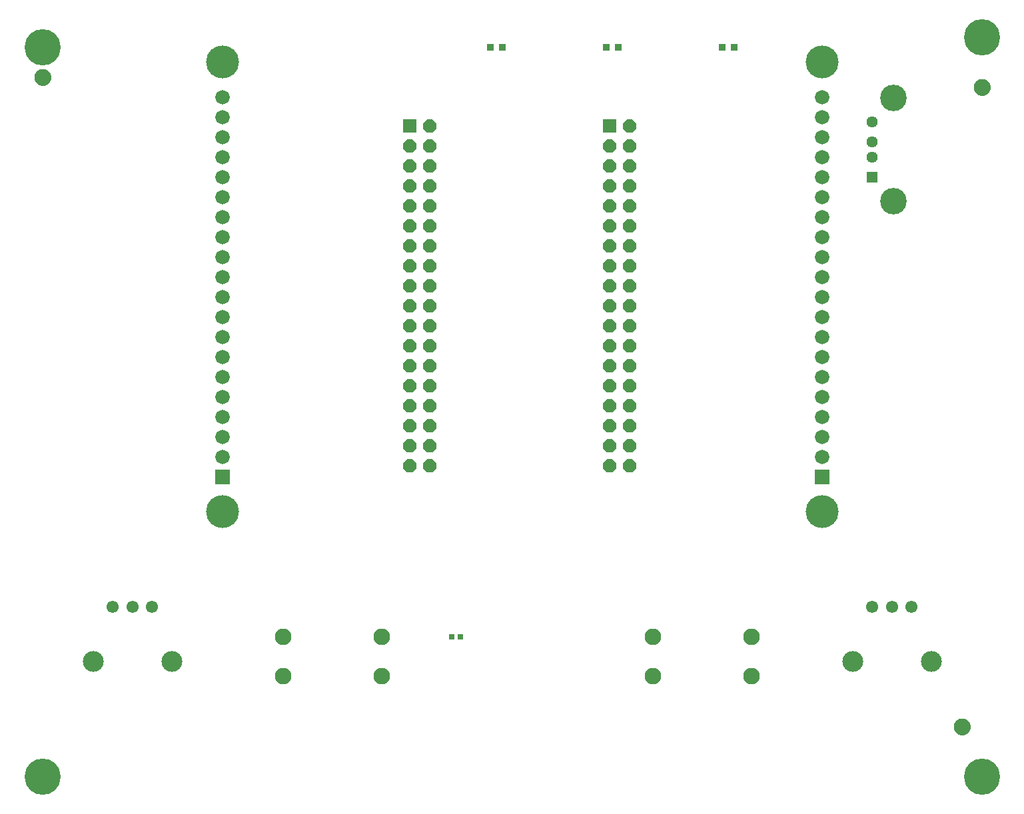
<source format=gbr>
G04 EAGLE Gerber RS-274X export*
G75*
%MOMM*%
%FSLAX34Y34*%
%LPD*%
%INSoldermask Bottom*%
%IPPOS*%
%AMOC8*
5,1,8,0,0,1.08239X$1,22.5*%
G01*
%ADD10R,1.676400X1.676400*%
%ADD11P,1.814519X8X292.500000*%
%ADD12R,1.440400X1.440400*%
%ADD13C,1.440400*%
%ADD14C,3.372400*%
%ADD15C,1.552400*%
%ADD16C,2.652400*%
%ADD17R,0.952400X0.952400*%
%ADD18C,2.112400*%
%ADD19R,0.762000X0.660400*%
%ADD20R,1.828800X1.828800*%
%ADD21C,1.828800*%
%ADD22C,4.168400*%
%ADD23C,4.597400*%
%ADD24C,0.609600*%
%ADD25C,1.168400*%


D10*
X505200Y865460D03*
D11*
X530600Y865460D03*
X505200Y840060D03*
X530600Y840060D03*
X505200Y814660D03*
X530600Y814660D03*
X505200Y789260D03*
X530600Y789260D03*
X505200Y763860D03*
X530600Y763860D03*
X505200Y738460D03*
X530600Y738460D03*
X505200Y713060D03*
X530600Y713060D03*
X505200Y687660D03*
X530600Y687660D03*
X505200Y662260D03*
X530600Y662260D03*
X505200Y636860D03*
X530600Y636860D03*
X505200Y611460D03*
X530600Y611460D03*
X505200Y586060D03*
X530600Y586060D03*
X505200Y560660D03*
X530600Y560660D03*
X505200Y535260D03*
X530600Y535260D03*
X505200Y509860D03*
X530600Y509860D03*
X505200Y484460D03*
X530600Y484460D03*
X505200Y459060D03*
X530600Y459060D03*
X505200Y433660D03*
X530600Y433660D03*
D10*
X759200Y865460D03*
D11*
X784600Y865460D03*
X759200Y840060D03*
X784600Y840060D03*
X759200Y814660D03*
X784600Y814660D03*
X759200Y789260D03*
X784600Y789260D03*
X759200Y763860D03*
X784600Y763860D03*
X759200Y738460D03*
X784600Y738460D03*
X759200Y713060D03*
X784600Y713060D03*
X759200Y687660D03*
X784600Y687660D03*
X759200Y662260D03*
X784600Y662260D03*
X759200Y636860D03*
X784600Y636860D03*
X759200Y611460D03*
X784600Y611460D03*
X759200Y586060D03*
X784600Y586060D03*
X759200Y560660D03*
X784600Y560660D03*
X759200Y535260D03*
X784600Y535260D03*
X759200Y509860D03*
X784600Y509860D03*
X759200Y484460D03*
X784600Y484460D03*
X759200Y459060D03*
X784600Y459060D03*
X759200Y433660D03*
X784600Y433660D03*
D12*
X1092200Y800100D03*
D13*
X1092200Y825100D03*
X1092200Y845100D03*
X1092200Y870100D03*
D14*
X1119300Y769400D03*
X1119300Y900800D03*
D15*
X1142600Y254000D03*
X1117600Y254000D03*
X1092600Y254000D03*
D16*
X1167600Y184000D03*
X1067600Y184000D03*
D15*
X177400Y254000D03*
X152400Y254000D03*
X127400Y254000D03*
D16*
X202400Y184000D03*
X102400Y184000D03*
D17*
X622180Y965200D03*
X607180Y965200D03*
X769500Y965200D03*
X754500Y965200D03*
X916820Y965200D03*
X901820Y965200D03*
D18*
X938800Y215500D03*
X938800Y165500D03*
X813800Y165500D03*
X813800Y215500D03*
X468900Y215500D03*
X468900Y165500D03*
X343900Y165500D03*
X343900Y215500D03*
D19*
X569468Y215900D03*
X558292Y215900D03*
D20*
X266700Y419100D03*
D21*
X266700Y444500D03*
X266700Y469900D03*
X266700Y495300D03*
X266700Y520700D03*
X266700Y546100D03*
X266700Y571500D03*
X266700Y596900D03*
X266700Y622300D03*
X266700Y647700D03*
X266700Y673100D03*
X266700Y698500D03*
X266700Y723900D03*
X266700Y749300D03*
X266700Y774700D03*
X266700Y800100D03*
X266700Y825500D03*
X266700Y850900D03*
X266700Y876300D03*
X266700Y901700D03*
D20*
X1028700Y419100D03*
D21*
X1028700Y444500D03*
X1028700Y469900D03*
X1028700Y495300D03*
X1028700Y520700D03*
X1028700Y546100D03*
X1028700Y571500D03*
X1028700Y596900D03*
X1028700Y622300D03*
X1028700Y647700D03*
X1028700Y673100D03*
X1028700Y698500D03*
X1028700Y723900D03*
X1028700Y749300D03*
X1028700Y774700D03*
X1028700Y800100D03*
X1028700Y825500D03*
X1028700Y850900D03*
X1028700Y876300D03*
X1028700Y901700D03*
D22*
X1028700Y374650D03*
X1028700Y946150D03*
X266700Y374650D03*
X266700Y946150D03*
D23*
X1231900Y977900D03*
X1231900Y38100D03*
X38100Y38100D03*
X38100Y965200D03*
D24*
X1198880Y101600D02*
X1198882Y101787D01*
X1198889Y101974D01*
X1198901Y102161D01*
X1198917Y102347D01*
X1198937Y102533D01*
X1198962Y102718D01*
X1198992Y102903D01*
X1199026Y103087D01*
X1199065Y103270D01*
X1199108Y103452D01*
X1199156Y103632D01*
X1199208Y103812D01*
X1199265Y103990D01*
X1199325Y104167D01*
X1199391Y104342D01*
X1199460Y104516D01*
X1199534Y104688D01*
X1199612Y104858D01*
X1199694Y105026D01*
X1199780Y105192D01*
X1199870Y105356D01*
X1199964Y105517D01*
X1200062Y105677D01*
X1200164Y105833D01*
X1200270Y105988D01*
X1200380Y106139D01*
X1200493Y106288D01*
X1200610Y106434D01*
X1200730Y106577D01*
X1200854Y106717D01*
X1200981Y106854D01*
X1201112Y106988D01*
X1201246Y107119D01*
X1201383Y107246D01*
X1201523Y107370D01*
X1201666Y107490D01*
X1201812Y107607D01*
X1201961Y107720D01*
X1202112Y107830D01*
X1202267Y107936D01*
X1202423Y108038D01*
X1202583Y108136D01*
X1202744Y108230D01*
X1202908Y108320D01*
X1203074Y108406D01*
X1203242Y108488D01*
X1203412Y108566D01*
X1203584Y108640D01*
X1203758Y108709D01*
X1203933Y108775D01*
X1204110Y108835D01*
X1204288Y108892D01*
X1204468Y108944D01*
X1204648Y108992D01*
X1204830Y109035D01*
X1205013Y109074D01*
X1205197Y109108D01*
X1205382Y109138D01*
X1205567Y109163D01*
X1205753Y109183D01*
X1205939Y109199D01*
X1206126Y109211D01*
X1206313Y109218D01*
X1206500Y109220D01*
X1206687Y109218D01*
X1206874Y109211D01*
X1207061Y109199D01*
X1207247Y109183D01*
X1207433Y109163D01*
X1207618Y109138D01*
X1207803Y109108D01*
X1207987Y109074D01*
X1208170Y109035D01*
X1208352Y108992D01*
X1208532Y108944D01*
X1208712Y108892D01*
X1208890Y108835D01*
X1209067Y108775D01*
X1209242Y108709D01*
X1209416Y108640D01*
X1209588Y108566D01*
X1209758Y108488D01*
X1209926Y108406D01*
X1210092Y108320D01*
X1210256Y108230D01*
X1210417Y108136D01*
X1210577Y108038D01*
X1210733Y107936D01*
X1210888Y107830D01*
X1211039Y107720D01*
X1211188Y107607D01*
X1211334Y107490D01*
X1211477Y107370D01*
X1211617Y107246D01*
X1211754Y107119D01*
X1211888Y106988D01*
X1212019Y106854D01*
X1212146Y106717D01*
X1212270Y106577D01*
X1212390Y106434D01*
X1212507Y106288D01*
X1212620Y106139D01*
X1212730Y105988D01*
X1212836Y105833D01*
X1212938Y105677D01*
X1213036Y105517D01*
X1213130Y105356D01*
X1213220Y105192D01*
X1213306Y105026D01*
X1213388Y104858D01*
X1213466Y104688D01*
X1213540Y104516D01*
X1213609Y104342D01*
X1213675Y104167D01*
X1213735Y103990D01*
X1213792Y103812D01*
X1213844Y103632D01*
X1213892Y103452D01*
X1213935Y103270D01*
X1213974Y103087D01*
X1214008Y102903D01*
X1214038Y102718D01*
X1214063Y102533D01*
X1214083Y102347D01*
X1214099Y102161D01*
X1214111Y101974D01*
X1214118Y101787D01*
X1214120Y101600D01*
X1214118Y101413D01*
X1214111Y101226D01*
X1214099Y101039D01*
X1214083Y100853D01*
X1214063Y100667D01*
X1214038Y100482D01*
X1214008Y100297D01*
X1213974Y100113D01*
X1213935Y99930D01*
X1213892Y99748D01*
X1213844Y99568D01*
X1213792Y99388D01*
X1213735Y99210D01*
X1213675Y99033D01*
X1213609Y98858D01*
X1213540Y98684D01*
X1213466Y98512D01*
X1213388Y98342D01*
X1213306Y98174D01*
X1213220Y98008D01*
X1213130Y97844D01*
X1213036Y97683D01*
X1212938Y97523D01*
X1212836Y97367D01*
X1212730Y97212D01*
X1212620Y97061D01*
X1212507Y96912D01*
X1212390Y96766D01*
X1212270Y96623D01*
X1212146Y96483D01*
X1212019Y96346D01*
X1211888Y96212D01*
X1211754Y96081D01*
X1211617Y95954D01*
X1211477Y95830D01*
X1211334Y95710D01*
X1211188Y95593D01*
X1211039Y95480D01*
X1210888Y95370D01*
X1210733Y95264D01*
X1210577Y95162D01*
X1210417Y95064D01*
X1210256Y94970D01*
X1210092Y94880D01*
X1209926Y94794D01*
X1209758Y94712D01*
X1209588Y94634D01*
X1209416Y94560D01*
X1209242Y94491D01*
X1209067Y94425D01*
X1208890Y94365D01*
X1208712Y94308D01*
X1208532Y94256D01*
X1208352Y94208D01*
X1208170Y94165D01*
X1207987Y94126D01*
X1207803Y94092D01*
X1207618Y94062D01*
X1207433Y94037D01*
X1207247Y94017D01*
X1207061Y94001D01*
X1206874Y93989D01*
X1206687Y93982D01*
X1206500Y93980D01*
X1206313Y93982D01*
X1206126Y93989D01*
X1205939Y94001D01*
X1205753Y94017D01*
X1205567Y94037D01*
X1205382Y94062D01*
X1205197Y94092D01*
X1205013Y94126D01*
X1204830Y94165D01*
X1204648Y94208D01*
X1204468Y94256D01*
X1204288Y94308D01*
X1204110Y94365D01*
X1203933Y94425D01*
X1203758Y94491D01*
X1203584Y94560D01*
X1203412Y94634D01*
X1203242Y94712D01*
X1203074Y94794D01*
X1202908Y94880D01*
X1202744Y94970D01*
X1202583Y95064D01*
X1202423Y95162D01*
X1202267Y95264D01*
X1202112Y95370D01*
X1201961Y95480D01*
X1201812Y95593D01*
X1201666Y95710D01*
X1201523Y95830D01*
X1201383Y95954D01*
X1201246Y96081D01*
X1201112Y96212D01*
X1200981Y96346D01*
X1200854Y96483D01*
X1200730Y96623D01*
X1200610Y96766D01*
X1200493Y96912D01*
X1200380Y97061D01*
X1200270Y97212D01*
X1200164Y97367D01*
X1200062Y97523D01*
X1199964Y97683D01*
X1199870Y97844D01*
X1199780Y98008D01*
X1199694Y98174D01*
X1199612Y98342D01*
X1199534Y98512D01*
X1199460Y98684D01*
X1199391Y98858D01*
X1199325Y99033D01*
X1199265Y99210D01*
X1199208Y99388D01*
X1199156Y99568D01*
X1199108Y99748D01*
X1199065Y99930D01*
X1199026Y100113D01*
X1198992Y100297D01*
X1198962Y100482D01*
X1198937Y100667D01*
X1198917Y100853D01*
X1198901Y101039D01*
X1198889Y101226D01*
X1198882Y101413D01*
X1198880Y101600D01*
D25*
X1206500Y101600D03*
D24*
X30480Y927100D02*
X30482Y927287D01*
X30489Y927474D01*
X30501Y927661D01*
X30517Y927847D01*
X30537Y928033D01*
X30562Y928218D01*
X30592Y928403D01*
X30626Y928587D01*
X30665Y928770D01*
X30708Y928952D01*
X30756Y929132D01*
X30808Y929312D01*
X30865Y929490D01*
X30925Y929667D01*
X30991Y929842D01*
X31060Y930016D01*
X31134Y930188D01*
X31212Y930358D01*
X31294Y930526D01*
X31380Y930692D01*
X31470Y930856D01*
X31564Y931017D01*
X31662Y931177D01*
X31764Y931333D01*
X31870Y931488D01*
X31980Y931639D01*
X32093Y931788D01*
X32210Y931934D01*
X32330Y932077D01*
X32454Y932217D01*
X32581Y932354D01*
X32712Y932488D01*
X32846Y932619D01*
X32983Y932746D01*
X33123Y932870D01*
X33266Y932990D01*
X33412Y933107D01*
X33561Y933220D01*
X33712Y933330D01*
X33867Y933436D01*
X34023Y933538D01*
X34183Y933636D01*
X34344Y933730D01*
X34508Y933820D01*
X34674Y933906D01*
X34842Y933988D01*
X35012Y934066D01*
X35184Y934140D01*
X35358Y934209D01*
X35533Y934275D01*
X35710Y934335D01*
X35888Y934392D01*
X36068Y934444D01*
X36248Y934492D01*
X36430Y934535D01*
X36613Y934574D01*
X36797Y934608D01*
X36982Y934638D01*
X37167Y934663D01*
X37353Y934683D01*
X37539Y934699D01*
X37726Y934711D01*
X37913Y934718D01*
X38100Y934720D01*
X38287Y934718D01*
X38474Y934711D01*
X38661Y934699D01*
X38847Y934683D01*
X39033Y934663D01*
X39218Y934638D01*
X39403Y934608D01*
X39587Y934574D01*
X39770Y934535D01*
X39952Y934492D01*
X40132Y934444D01*
X40312Y934392D01*
X40490Y934335D01*
X40667Y934275D01*
X40842Y934209D01*
X41016Y934140D01*
X41188Y934066D01*
X41358Y933988D01*
X41526Y933906D01*
X41692Y933820D01*
X41856Y933730D01*
X42017Y933636D01*
X42177Y933538D01*
X42333Y933436D01*
X42488Y933330D01*
X42639Y933220D01*
X42788Y933107D01*
X42934Y932990D01*
X43077Y932870D01*
X43217Y932746D01*
X43354Y932619D01*
X43488Y932488D01*
X43619Y932354D01*
X43746Y932217D01*
X43870Y932077D01*
X43990Y931934D01*
X44107Y931788D01*
X44220Y931639D01*
X44330Y931488D01*
X44436Y931333D01*
X44538Y931177D01*
X44636Y931017D01*
X44730Y930856D01*
X44820Y930692D01*
X44906Y930526D01*
X44988Y930358D01*
X45066Y930188D01*
X45140Y930016D01*
X45209Y929842D01*
X45275Y929667D01*
X45335Y929490D01*
X45392Y929312D01*
X45444Y929132D01*
X45492Y928952D01*
X45535Y928770D01*
X45574Y928587D01*
X45608Y928403D01*
X45638Y928218D01*
X45663Y928033D01*
X45683Y927847D01*
X45699Y927661D01*
X45711Y927474D01*
X45718Y927287D01*
X45720Y927100D01*
X45718Y926913D01*
X45711Y926726D01*
X45699Y926539D01*
X45683Y926353D01*
X45663Y926167D01*
X45638Y925982D01*
X45608Y925797D01*
X45574Y925613D01*
X45535Y925430D01*
X45492Y925248D01*
X45444Y925068D01*
X45392Y924888D01*
X45335Y924710D01*
X45275Y924533D01*
X45209Y924358D01*
X45140Y924184D01*
X45066Y924012D01*
X44988Y923842D01*
X44906Y923674D01*
X44820Y923508D01*
X44730Y923344D01*
X44636Y923183D01*
X44538Y923023D01*
X44436Y922867D01*
X44330Y922712D01*
X44220Y922561D01*
X44107Y922412D01*
X43990Y922266D01*
X43870Y922123D01*
X43746Y921983D01*
X43619Y921846D01*
X43488Y921712D01*
X43354Y921581D01*
X43217Y921454D01*
X43077Y921330D01*
X42934Y921210D01*
X42788Y921093D01*
X42639Y920980D01*
X42488Y920870D01*
X42333Y920764D01*
X42177Y920662D01*
X42017Y920564D01*
X41856Y920470D01*
X41692Y920380D01*
X41526Y920294D01*
X41358Y920212D01*
X41188Y920134D01*
X41016Y920060D01*
X40842Y919991D01*
X40667Y919925D01*
X40490Y919865D01*
X40312Y919808D01*
X40132Y919756D01*
X39952Y919708D01*
X39770Y919665D01*
X39587Y919626D01*
X39403Y919592D01*
X39218Y919562D01*
X39033Y919537D01*
X38847Y919517D01*
X38661Y919501D01*
X38474Y919489D01*
X38287Y919482D01*
X38100Y919480D01*
X37913Y919482D01*
X37726Y919489D01*
X37539Y919501D01*
X37353Y919517D01*
X37167Y919537D01*
X36982Y919562D01*
X36797Y919592D01*
X36613Y919626D01*
X36430Y919665D01*
X36248Y919708D01*
X36068Y919756D01*
X35888Y919808D01*
X35710Y919865D01*
X35533Y919925D01*
X35358Y919991D01*
X35184Y920060D01*
X35012Y920134D01*
X34842Y920212D01*
X34674Y920294D01*
X34508Y920380D01*
X34344Y920470D01*
X34183Y920564D01*
X34023Y920662D01*
X33867Y920764D01*
X33712Y920870D01*
X33561Y920980D01*
X33412Y921093D01*
X33266Y921210D01*
X33123Y921330D01*
X32983Y921454D01*
X32846Y921581D01*
X32712Y921712D01*
X32581Y921846D01*
X32454Y921983D01*
X32330Y922123D01*
X32210Y922266D01*
X32093Y922412D01*
X31980Y922561D01*
X31870Y922712D01*
X31764Y922867D01*
X31662Y923023D01*
X31564Y923183D01*
X31470Y923344D01*
X31380Y923508D01*
X31294Y923674D01*
X31212Y923842D01*
X31134Y924012D01*
X31060Y924184D01*
X30991Y924358D01*
X30925Y924533D01*
X30865Y924710D01*
X30808Y924888D01*
X30756Y925068D01*
X30708Y925248D01*
X30665Y925430D01*
X30626Y925613D01*
X30592Y925797D01*
X30562Y925982D01*
X30537Y926167D01*
X30517Y926353D01*
X30501Y926539D01*
X30489Y926726D01*
X30482Y926913D01*
X30480Y927100D01*
D25*
X38100Y927100D03*
D24*
X1224280Y914400D02*
X1224282Y914587D01*
X1224289Y914774D01*
X1224301Y914961D01*
X1224317Y915147D01*
X1224337Y915333D01*
X1224362Y915518D01*
X1224392Y915703D01*
X1224426Y915887D01*
X1224465Y916070D01*
X1224508Y916252D01*
X1224556Y916432D01*
X1224608Y916612D01*
X1224665Y916790D01*
X1224725Y916967D01*
X1224791Y917142D01*
X1224860Y917316D01*
X1224934Y917488D01*
X1225012Y917658D01*
X1225094Y917826D01*
X1225180Y917992D01*
X1225270Y918156D01*
X1225364Y918317D01*
X1225462Y918477D01*
X1225564Y918633D01*
X1225670Y918788D01*
X1225780Y918939D01*
X1225893Y919088D01*
X1226010Y919234D01*
X1226130Y919377D01*
X1226254Y919517D01*
X1226381Y919654D01*
X1226512Y919788D01*
X1226646Y919919D01*
X1226783Y920046D01*
X1226923Y920170D01*
X1227066Y920290D01*
X1227212Y920407D01*
X1227361Y920520D01*
X1227512Y920630D01*
X1227667Y920736D01*
X1227823Y920838D01*
X1227983Y920936D01*
X1228144Y921030D01*
X1228308Y921120D01*
X1228474Y921206D01*
X1228642Y921288D01*
X1228812Y921366D01*
X1228984Y921440D01*
X1229158Y921509D01*
X1229333Y921575D01*
X1229510Y921635D01*
X1229688Y921692D01*
X1229868Y921744D01*
X1230048Y921792D01*
X1230230Y921835D01*
X1230413Y921874D01*
X1230597Y921908D01*
X1230782Y921938D01*
X1230967Y921963D01*
X1231153Y921983D01*
X1231339Y921999D01*
X1231526Y922011D01*
X1231713Y922018D01*
X1231900Y922020D01*
X1232087Y922018D01*
X1232274Y922011D01*
X1232461Y921999D01*
X1232647Y921983D01*
X1232833Y921963D01*
X1233018Y921938D01*
X1233203Y921908D01*
X1233387Y921874D01*
X1233570Y921835D01*
X1233752Y921792D01*
X1233932Y921744D01*
X1234112Y921692D01*
X1234290Y921635D01*
X1234467Y921575D01*
X1234642Y921509D01*
X1234816Y921440D01*
X1234988Y921366D01*
X1235158Y921288D01*
X1235326Y921206D01*
X1235492Y921120D01*
X1235656Y921030D01*
X1235817Y920936D01*
X1235977Y920838D01*
X1236133Y920736D01*
X1236288Y920630D01*
X1236439Y920520D01*
X1236588Y920407D01*
X1236734Y920290D01*
X1236877Y920170D01*
X1237017Y920046D01*
X1237154Y919919D01*
X1237288Y919788D01*
X1237419Y919654D01*
X1237546Y919517D01*
X1237670Y919377D01*
X1237790Y919234D01*
X1237907Y919088D01*
X1238020Y918939D01*
X1238130Y918788D01*
X1238236Y918633D01*
X1238338Y918477D01*
X1238436Y918317D01*
X1238530Y918156D01*
X1238620Y917992D01*
X1238706Y917826D01*
X1238788Y917658D01*
X1238866Y917488D01*
X1238940Y917316D01*
X1239009Y917142D01*
X1239075Y916967D01*
X1239135Y916790D01*
X1239192Y916612D01*
X1239244Y916432D01*
X1239292Y916252D01*
X1239335Y916070D01*
X1239374Y915887D01*
X1239408Y915703D01*
X1239438Y915518D01*
X1239463Y915333D01*
X1239483Y915147D01*
X1239499Y914961D01*
X1239511Y914774D01*
X1239518Y914587D01*
X1239520Y914400D01*
X1239518Y914213D01*
X1239511Y914026D01*
X1239499Y913839D01*
X1239483Y913653D01*
X1239463Y913467D01*
X1239438Y913282D01*
X1239408Y913097D01*
X1239374Y912913D01*
X1239335Y912730D01*
X1239292Y912548D01*
X1239244Y912368D01*
X1239192Y912188D01*
X1239135Y912010D01*
X1239075Y911833D01*
X1239009Y911658D01*
X1238940Y911484D01*
X1238866Y911312D01*
X1238788Y911142D01*
X1238706Y910974D01*
X1238620Y910808D01*
X1238530Y910644D01*
X1238436Y910483D01*
X1238338Y910323D01*
X1238236Y910167D01*
X1238130Y910012D01*
X1238020Y909861D01*
X1237907Y909712D01*
X1237790Y909566D01*
X1237670Y909423D01*
X1237546Y909283D01*
X1237419Y909146D01*
X1237288Y909012D01*
X1237154Y908881D01*
X1237017Y908754D01*
X1236877Y908630D01*
X1236734Y908510D01*
X1236588Y908393D01*
X1236439Y908280D01*
X1236288Y908170D01*
X1236133Y908064D01*
X1235977Y907962D01*
X1235817Y907864D01*
X1235656Y907770D01*
X1235492Y907680D01*
X1235326Y907594D01*
X1235158Y907512D01*
X1234988Y907434D01*
X1234816Y907360D01*
X1234642Y907291D01*
X1234467Y907225D01*
X1234290Y907165D01*
X1234112Y907108D01*
X1233932Y907056D01*
X1233752Y907008D01*
X1233570Y906965D01*
X1233387Y906926D01*
X1233203Y906892D01*
X1233018Y906862D01*
X1232833Y906837D01*
X1232647Y906817D01*
X1232461Y906801D01*
X1232274Y906789D01*
X1232087Y906782D01*
X1231900Y906780D01*
X1231713Y906782D01*
X1231526Y906789D01*
X1231339Y906801D01*
X1231153Y906817D01*
X1230967Y906837D01*
X1230782Y906862D01*
X1230597Y906892D01*
X1230413Y906926D01*
X1230230Y906965D01*
X1230048Y907008D01*
X1229868Y907056D01*
X1229688Y907108D01*
X1229510Y907165D01*
X1229333Y907225D01*
X1229158Y907291D01*
X1228984Y907360D01*
X1228812Y907434D01*
X1228642Y907512D01*
X1228474Y907594D01*
X1228308Y907680D01*
X1228144Y907770D01*
X1227983Y907864D01*
X1227823Y907962D01*
X1227667Y908064D01*
X1227512Y908170D01*
X1227361Y908280D01*
X1227212Y908393D01*
X1227066Y908510D01*
X1226923Y908630D01*
X1226783Y908754D01*
X1226646Y908881D01*
X1226512Y909012D01*
X1226381Y909146D01*
X1226254Y909283D01*
X1226130Y909423D01*
X1226010Y909566D01*
X1225893Y909712D01*
X1225780Y909861D01*
X1225670Y910012D01*
X1225564Y910167D01*
X1225462Y910323D01*
X1225364Y910483D01*
X1225270Y910644D01*
X1225180Y910808D01*
X1225094Y910974D01*
X1225012Y911142D01*
X1224934Y911312D01*
X1224860Y911484D01*
X1224791Y911658D01*
X1224725Y911833D01*
X1224665Y912010D01*
X1224608Y912188D01*
X1224556Y912368D01*
X1224508Y912548D01*
X1224465Y912730D01*
X1224426Y912913D01*
X1224392Y913097D01*
X1224362Y913282D01*
X1224337Y913467D01*
X1224317Y913653D01*
X1224301Y913839D01*
X1224289Y914026D01*
X1224282Y914213D01*
X1224280Y914400D01*
D25*
X1231900Y914400D03*
M02*

</source>
